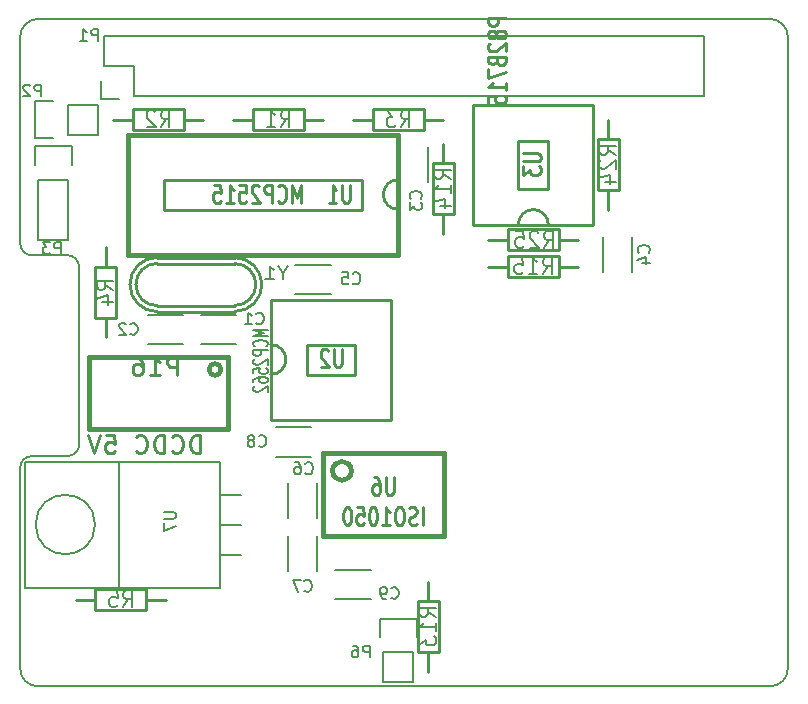
<source format=gbo>
G04 #@! TF.FileFunction,Legend,Bot*
%FSLAX46Y46*%
G04 Gerber Fmt 4.6, Leading zero omitted, Abs format (unit mm)*
G04 Created by KiCad (PCBNEW 4.0.2+dfsg1-stable) date Mon 26 Jun 2017 02:51:28 PM CEST*
%MOMM*%
G01*
G04 APERTURE LIST*
%ADD10C,0.100000*%
%ADD11C,0.150000*%
%ADD12C,0.254000*%
%ADD13C,0.381000*%
%ADD14C,0.285750*%
%ADD15C,0.287020*%
%ADD16C,0.200000*%
%ADD17C,0.203200*%
%ADD18C,0.152400*%
%ADD19C,0.284480*%
G04 APERTURE END LIST*
D10*
D11*
X129500000Y-71500000D02*
X191500000Y-71500000D01*
X128000000Y-90500000D02*
X128000000Y-73000000D01*
X128000000Y-90500000D02*
G75*
G03X129000000Y-91500000I1000000J0D01*
G01*
X129000000Y-91500000D02*
X132000000Y-91500000D01*
X133000000Y-92500000D02*
G75*
G03X132000000Y-91500000I-1000000J0D01*
G01*
X133000000Y-107500000D02*
X133000000Y-92500000D01*
X128000000Y-126500000D02*
X128000000Y-109500000D01*
X129000000Y-108500000D02*
X132000000Y-108500000D01*
X132000000Y-108500000D02*
G75*
G03X133000000Y-107500000I0J1000000D01*
G01*
X129000000Y-108500000D02*
G75*
G03X128000000Y-109500000I0J-1000000D01*
G01*
X191500000Y-128000000D02*
X129500000Y-128000000D01*
X193000000Y-73000000D02*
X193000000Y-126500000D01*
X129500000Y-71500000D02*
G75*
G03X128000000Y-73000000I0J-1500000D01*
G01*
X128000000Y-126500000D02*
G75*
G03X129500000Y-128000000I1500000J0D01*
G01*
X191500000Y-128000000D02*
G75*
G03X193000000Y-126500000I0J1500000D01*
G01*
X193000000Y-73000000D02*
G75*
G03X191500000Y-71500000I-1500000J0D01*
G01*
X185902600Y-72948800D02*
X135102600Y-72948800D01*
X137642600Y-78028800D02*
X185902600Y-78028800D01*
X185902600Y-72948800D02*
X185902600Y-78028800D01*
X135102600Y-72948800D02*
X135102600Y-75488800D01*
X136372600Y-78308800D02*
X134822600Y-78308800D01*
X135102600Y-75488800D02*
X137642600Y-75488800D01*
X137642600Y-75488800D02*
X137642600Y-78028800D01*
X134822600Y-78308800D02*
X134822600Y-76758800D01*
D12*
X156337000Y-99060000D02*
X152273000Y-99060000D01*
X152273000Y-101600000D02*
X156337000Y-101600000D01*
X159385000Y-95250000D02*
X149225000Y-95250000D01*
X159385000Y-105410000D02*
X149225000Y-105410000D01*
X150495000Y-100330000D02*
G75*
G02X149225000Y-101600000I-1270000J0D01*
G01*
X149225000Y-99060000D02*
G75*
G02X150495000Y-100330000I0J-1270000D01*
G01*
X152273000Y-101600000D02*
X152273000Y-99060000D01*
X156337000Y-99060000D02*
X156337000Y-101600000D01*
X159385000Y-105410000D02*
X159385000Y-95250000D01*
X149225000Y-95250000D02*
X149225000Y-105410000D01*
D11*
X160040000Y-82300000D02*
X160040000Y-85300000D01*
X162540000Y-85300000D02*
X162540000Y-82300000D01*
D12*
X152019000Y-80010000D02*
X153670000Y-80010000D01*
X147701000Y-80010000D02*
X146050000Y-80010000D01*
X147701000Y-80899000D02*
X147701000Y-79121000D01*
X147701000Y-79121000D02*
X152019000Y-79121000D01*
X152019000Y-79121000D02*
X152019000Y-80899000D01*
X152019000Y-80899000D02*
X147701000Y-80899000D01*
D11*
X146300000Y-96540000D02*
X143300000Y-96540000D01*
X143300000Y-99040000D02*
X146300000Y-99040000D01*
X138815000Y-99040000D02*
X141815000Y-99040000D01*
X141815000Y-96540000D02*
X138815000Y-96540000D01*
X177312000Y-89920000D02*
X177312000Y-92920000D01*
X179812000Y-92920000D02*
X179812000Y-89920000D01*
D12*
X157861000Y-80010000D02*
X156210000Y-80010000D01*
X162179000Y-80010000D02*
X163830000Y-80010000D01*
X162179000Y-79121000D02*
X162179000Y-80899000D01*
X162179000Y-80899000D02*
X157861000Y-80899000D01*
X157861000Y-80899000D02*
X157861000Y-79121000D01*
X157861000Y-79121000D02*
X162179000Y-79121000D01*
X135255000Y-96774000D02*
X135255000Y-98425000D01*
X135255000Y-92456000D02*
X135255000Y-90805000D01*
X134366000Y-92456000D02*
X136144000Y-92456000D01*
X136144000Y-92456000D02*
X136144000Y-96774000D01*
X136144000Y-96774000D02*
X134366000Y-96774000D01*
X134366000Y-96774000D02*
X134366000Y-92456000D01*
D11*
X154301000Y-92323600D02*
X151301000Y-92323600D01*
X151301000Y-94823600D02*
X154301000Y-94823600D01*
D12*
X141859000Y-80010000D02*
X143510000Y-80010000D01*
X137541000Y-80010000D02*
X135890000Y-80010000D01*
X137541000Y-80899000D02*
X137541000Y-79121000D01*
X137541000Y-79121000D02*
X141859000Y-79121000D01*
X141859000Y-79121000D02*
X141859000Y-80899000D01*
X141859000Y-80899000D02*
X137541000Y-80899000D01*
D11*
X150642000Y-110748000D02*
X150642000Y-113748000D01*
X153142000Y-113748000D02*
X153142000Y-110748000D01*
X153142000Y-118233000D02*
X153142000Y-115233000D01*
X150642000Y-115233000D02*
X150642000Y-118233000D01*
X158750000Y-125095000D02*
X158750000Y-127635000D01*
X158470000Y-122275000D02*
X158470000Y-123825000D01*
X158750000Y-125095000D02*
X161290000Y-125095000D01*
X161570000Y-123825000D02*
X161570000Y-122275000D01*
X161570000Y-122275000D02*
X158470000Y-122275000D01*
X161290000Y-125095000D02*
X161290000Y-127635000D01*
X161290000Y-127635000D02*
X158750000Y-127635000D01*
D12*
X138684000Y-120650000D02*
X140335000Y-120650000D01*
X134366000Y-120650000D02*
X132715000Y-120650000D01*
X134366000Y-121539000D02*
X134366000Y-119761000D01*
X134366000Y-119761000D02*
X138684000Y-119761000D01*
X138684000Y-119761000D02*
X138684000Y-121539000D01*
X138684000Y-121539000D02*
X134366000Y-121539000D01*
D11*
X134340472Y-114300000D02*
G75*
G03X134340472Y-114300000I-2514472J0D01*
G01*
X144907000Y-111760000D02*
X146685000Y-111760000D01*
X144907000Y-114300000D02*
X146685000Y-114300000D01*
X144907000Y-116840000D02*
X146685000Y-116840000D01*
X136398000Y-119634000D02*
X128397000Y-119634000D01*
X128397000Y-119634000D02*
X128397000Y-108966000D01*
X128397000Y-108966000D02*
X136398000Y-108966000D01*
X144907000Y-119634000D02*
X136398000Y-119634000D01*
X136398000Y-119634000D02*
X136398000Y-108966000D01*
X136398000Y-108966000D02*
X144907000Y-108966000D01*
X144907000Y-114300000D02*
X144907000Y-108966000D01*
X144907000Y-114300000D02*
X144907000Y-119634000D01*
D13*
X156050000Y-109760000D02*
G75*
G03X156050000Y-109760000I-800000J0D01*
G01*
X153650000Y-115260000D02*
X153650000Y-108260000D01*
X153650000Y-108260000D02*
X163850000Y-108260000D01*
X163850000Y-108260000D02*
X163850000Y-115260000D01*
X163850000Y-115260000D02*
X153650000Y-115260000D01*
D12*
X137287000Y-93980000D02*
G75*
G02X139573000Y-91694000I2286000J0D01*
G01*
X146177000Y-95758000D02*
X139573000Y-95758000D01*
X139573000Y-92202000D02*
X146177000Y-92202000D01*
X139573000Y-95758000D02*
G75*
G02X137795000Y-93980000I0J1778000D01*
G01*
X137795000Y-93980000D02*
G75*
G02X139573000Y-92202000I1778000J0D01*
G01*
X147955000Y-93980000D02*
G75*
G02X146177000Y-95758000I-1778000J0D01*
G01*
X146177000Y-92202000D02*
G75*
G02X147955000Y-93980000I0J-1778000D01*
G01*
X139573000Y-96266000D02*
G75*
G02X137287000Y-93980000I0J2286000D01*
G01*
X139573000Y-96266000D02*
X146177000Y-96266000D01*
X146177000Y-91694000D02*
X139573000Y-91694000D01*
X148463000Y-93980000D02*
G75*
G02X146177000Y-96266000I-2286000J0D01*
G01*
X146177000Y-91694000D02*
G75*
G02X148463000Y-93980000I0J-2286000D01*
G01*
X140208000Y-87630000D02*
X156972000Y-87630000D01*
X156972000Y-85090000D02*
X140208000Y-85090000D01*
D13*
X137160000Y-91440000D02*
X160020000Y-91440000D01*
X160020000Y-81280000D02*
X137160000Y-81280000D01*
D12*
X158750000Y-86360000D02*
G75*
G02X160020000Y-85090000I1270000J0D01*
G01*
X160020000Y-87630000D02*
G75*
G02X158750000Y-86360000I0J1270000D01*
G01*
X156972000Y-85090000D02*
X156972000Y-87630000D01*
X140208000Y-87630000D02*
X140208000Y-85090000D01*
D13*
X137160000Y-81280000D02*
X137160000Y-91440000D01*
X160020000Y-91440000D02*
X160020000Y-81280000D01*
D12*
X162560000Y-120777000D02*
X162560000Y-119126000D01*
X162560000Y-125095000D02*
X162560000Y-126746000D01*
X163449000Y-125095000D02*
X161671000Y-125095000D01*
X161671000Y-125095000D02*
X161671000Y-120777000D01*
X161671000Y-120777000D02*
X163449000Y-120777000D01*
X163449000Y-120777000D02*
X163449000Y-125095000D01*
X163830000Y-88011000D02*
X163830000Y-89662000D01*
X163830000Y-83693000D02*
X163830000Y-82042000D01*
X162941000Y-83693000D02*
X164719000Y-83693000D01*
X164719000Y-83693000D02*
X164719000Y-88011000D01*
X164719000Y-88011000D02*
X162941000Y-88011000D01*
X162941000Y-88011000D02*
X162941000Y-83693000D01*
X169291000Y-92456000D02*
X167640000Y-92456000D01*
X173609000Y-92456000D02*
X175260000Y-92456000D01*
X173609000Y-91567000D02*
X173609000Y-93345000D01*
X173609000Y-93345000D02*
X169291000Y-93345000D01*
X169291000Y-93345000D02*
X169291000Y-91567000D01*
X169291000Y-91567000D02*
X173609000Y-91567000D01*
X177800000Y-81661000D02*
X177800000Y-80010000D01*
X177800000Y-85979000D02*
X177800000Y-87630000D01*
X178689000Y-85979000D02*
X176911000Y-85979000D01*
X176911000Y-85979000D02*
X176911000Y-81661000D01*
X176911000Y-81661000D02*
X178689000Y-81661000D01*
X178689000Y-81661000D02*
X178689000Y-85979000D01*
X169291000Y-90170000D02*
X167640000Y-90170000D01*
X173609000Y-90170000D02*
X175260000Y-90170000D01*
X173609000Y-89281000D02*
X173609000Y-91059000D01*
X173609000Y-91059000D02*
X169291000Y-91059000D01*
X169291000Y-91059000D02*
X169291000Y-89281000D01*
X169291000Y-89281000D02*
X173609000Y-89281000D01*
D11*
X132080000Y-81280000D02*
X134620000Y-81280000D01*
X129260000Y-81560000D02*
X130810000Y-81560000D01*
X132080000Y-81280000D02*
X132080000Y-78740000D01*
X130810000Y-78460000D02*
X129260000Y-78460000D01*
X129260000Y-78460000D02*
X129260000Y-81560000D01*
X132080000Y-78740000D02*
X134620000Y-78740000D01*
X134620000Y-78740000D02*
X134620000Y-81280000D01*
X152650000Y-106065000D02*
X149650000Y-106065000D01*
X149650000Y-108565000D02*
X152650000Y-108565000D01*
X154690000Y-120630000D02*
X157690000Y-120630000D01*
X157690000Y-118130000D02*
X154690000Y-118130000D01*
D13*
X133799580Y-106174540D02*
X145600420Y-106174540D01*
X145600420Y-100076000D02*
X133799580Y-100076000D01*
X133799580Y-106174540D02*
X133799580Y-100076000D01*
X145600420Y-100076000D02*
X145600420Y-106174540D01*
X144999456Y-101178360D02*
G75*
G03X144999456Y-101178360I-498856J0D01*
G01*
D11*
X132080000Y-85090000D02*
X132080000Y-90170000D01*
X132080000Y-90170000D02*
X129540000Y-90170000D01*
X129540000Y-90170000D02*
X129540000Y-85090000D01*
X129260000Y-82270000D02*
X129260000Y-83820000D01*
X129540000Y-85090000D02*
X132080000Y-85090000D01*
X132360000Y-83820000D02*
X132360000Y-82270000D01*
X132360000Y-82270000D02*
X129260000Y-82270000D01*
D12*
X170180000Y-81788000D02*
X170180000Y-85852000D01*
X172720000Y-85852000D02*
X172720000Y-81788000D01*
X166370000Y-78740000D02*
X166370000Y-88900000D01*
X176530000Y-78740000D02*
X176530000Y-88900000D01*
X171450000Y-87630000D02*
G75*
G02X172720000Y-88900000I0J-1270000D01*
G01*
X170180000Y-88900000D02*
G75*
G02X171450000Y-87630000I1270000J0D01*
G01*
X172720000Y-85852000D02*
X170180000Y-85852000D01*
X170180000Y-81788000D02*
X172720000Y-81788000D01*
X176530000Y-78740000D02*
X166370000Y-78740000D01*
X166370000Y-88900000D02*
X176530000Y-88900000D01*
D11*
X134596095Y-73350381D02*
X134596095Y-72350381D01*
X134215142Y-72350381D01*
X134119904Y-72398000D01*
X134072285Y-72445619D01*
X134024666Y-72540857D01*
X134024666Y-72683714D01*
X134072285Y-72778952D01*
X134119904Y-72826571D01*
X134215142Y-72874190D01*
X134596095Y-72874190D01*
X133072285Y-73350381D02*
X133643714Y-73350381D01*
X133358000Y-73350381D02*
X133358000Y-72350381D01*
X133453238Y-72493238D01*
X133548476Y-72588476D01*
X133643714Y-72636095D01*
D14*
X155239357Y-99431929D02*
X155239357Y-100665643D01*
X155184929Y-100810786D01*
X155130500Y-100883357D01*
X155021643Y-100955929D01*
X154803929Y-100955929D01*
X154695071Y-100883357D01*
X154640643Y-100810786D01*
X154586214Y-100665643D01*
X154586214Y-99431929D01*
X154096357Y-99577071D02*
X154041928Y-99504500D01*
X153933071Y-99431929D01*
X153660928Y-99431929D01*
X153552071Y-99504500D01*
X153497642Y-99577071D01*
X153443214Y-99722214D01*
X153443214Y-99867357D01*
X153497642Y-100085071D01*
X154150785Y-100955929D01*
X153443214Y-100955929D01*
D15*
D16*
X148955057Y-97828423D02*
X147755057Y-97828423D01*
X148612200Y-98095090D01*
X147755057Y-98361757D01*
X148955057Y-98361757D01*
X148840771Y-99199852D02*
X148897914Y-99161757D01*
X148955057Y-99047471D01*
X148955057Y-98971281D01*
X148897914Y-98856995D01*
X148783629Y-98780804D01*
X148669343Y-98742709D01*
X148440771Y-98704614D01*
X148269343Y-98704614D01*
X148040771Y-98742709D01*
X147926486Y-98780804D01*
X147812200Y-98856995D01*
X147755057Y-98971281D01*
X147755057Y-99047471D01*
X147812200Y-99161757D01*
X147869343Y-99199852D01*
X148955057Y-99542709D02*
X147755057Y-99542709D01*
X147755057Y-99847471D01*
X147812200Y-99923662D01*
X147869343Y-99961757D01*
X147983629Y-99999852D01*
X148155057Y-99999852D01*
X148269343Y-99961757D01*
X148326486Y-99923662D01*
X148383629Y-99847471D01*
X148383629Y-99542709D01*
X147869343Y-100304614D02*
X147812200Y-100342709D01*
X147755057Y-100418900D01*
X147755057Y-100609376D01*
X147812200Y-100685566D01*
X147869343Y-100723662D01*
X147983629Y-100761757D01*
X148097914Y-100761757D01*
X148269343Y-100723662D01*
X148955057Y-100266519D01*
X148955057Y-100761757D01*
X147755057Y-101485567D02*
X147755057Y-101104614D01*
X148326486Y-101066519D01*
X148269343Y-101104614D01*
X148212200Y-101180805D01*
X148212200Y-101371281D01*
X148269343Y-101447471D01*
X148326486Y-101485567D01*
X148440771Y-101523662D01*
X148726486Y-101523662D01*
X148840771Y-101485567D01*
X148897914Y-101447471D01*
X148955057Y-101371281D01*
X148955057Y-101180805D01*
X148897914Y-101104614D01*
X148840771Y-101066519D01*
X147755057Y-102209376D02*
X147755057Y-102056995D01*
X147812200Y-101980805D01*
X147869343Y-101942710D01*
X148040771Y-101866519D01*
X148269343Y-101828424D01*
X148726486Y-101828424D01*
X148840771Y-101866519D01*
X148897914Y-101904614D01*
X148955057Y-101980805D01*
X148955057Y-102133186D01*
X148897914Y-102209376D01*
X148840771Y-102247472D01*
X148726486Y-102285567D01*
X148440771Y-102285567D01*
X148326486Y-102247472D01*
X148269343Y-102209376D01*
X148212200Y-102133186D01*
X148212200Y-101980805D01*
X148269343Y-101904614D01*
X148326486Y-101866519D01*
X148440771Y-101828424D01*
X147869343Y-102590329D02*
X147812200Y-102628424D01*
X147755057Y-102704615D01*
X147755057Y-102895091D01*
X147812200Y-102971281D01*
X147869343Y-103009377D01*
X147983629Y-103047472D01*
X148097914Y-103047472D01*
X148269343Y-103009377D01*
X148955057Y-102552234D01*
X148955057Y-103047472D01*
D11*
X161901143Y-86701334D02*
X161948762Y-86653715D01*
X161996381Y-86510858D01*
X161996381Y-86415620D01*
X161948762Y-86272762D01*
X161853524Y-86177524D01*
X161758286Y-86129905D01*
X161567810Y-86082286D01*
X161424952Y-86082286D01*
X161234476Y-86129905D01*
X161139238Y-86177524D01*
X161044000Y-86272762D01*
X160996381Y-86415620D01*
X160996381Y-86510858D01*
X161044000Y-86653715D01*
X161091619Y-86701334D01*
X160996381Y-87034667D02*
X160996381Y-87653715D01*
X161377333Y-87320381D01*
X161377333Y-87463239D01*
X161424952Y-87558477D01*
X161472571Y-87606096D01*
X161567810Y-87653715D01*
X161805905Y-87653715D01*
X161901143Y-87606096D01*
X161948762Y-87558477D01*
X161996381Y-87463239D01*
X161996381Y-87177524D01*
X161948762Y-87082286D01*
X161901143Y-87034667D01*
D17*
X150071667Y-80641976D02*
X150495000Y-79976738D01*
X150797381Y-80641976D02*
X150797381Y-79244976D01*
X150313572Y-79244976D01*
X150192619Y-79311500D01*
X150132143Y-79378024D01*
X150071667Y-79511071D01*
X150071667Y-79710643D01*
X150132143Y-79843690D01*
X150192619Y-79910214D01*
X150313572Y-79976738D01*
X150797381Y-79976738D01*
X148862143Y-80641976D02*
X149587857Y-80641976D01*
X149225000Y-80641976D02*
X149225000Y-79244976D01*
X149345952Y-79444548D01*
X149466905Y-79577595D01*
X149587857Y-79644119D01*
D11*
X147994666Y-97258143D02*
X148042285Y-97305762D01*
X148185142Y-97353381D01*
X148280380Y-97353381D01*
X148423238Y-97305762D01*
X148518476Y-97210524D01*
X148566095Y-97115286D01*
X148613714Y-96924810D01*
X148613714Y-96781952D01*
X148566095Y-96591476D01*
X148518476Y-96496238D01*
X148423238Y-96401000D01*
X148280380Y-96353381D01*
X148185142Y-96353381D01*
X148042285Y-96401000D01*
X147994666Y-96448619D01*
X147042285Y-97353381D02*
X147613714Y-97353381D01*
X147328000Y-97353381D02*
X147328000Y-96353381D01*
X147423238Y-96496238D01*
X147518476Y-96591476D01*
X147613714Y-96639095D01*
X137326666Y-98147143D02*
X137374285Y-98194762D01*
X137517142Y-98242381D01*
X137612380Y-98242381D01*
X137755238Y-98194762D01*
X137850476Y-98099524D01*
X137898095Y-98004286D01*
X137945714Y-97813810D01*
X137945714Y-97670952D01*
X137898095Y-97480476D01*
X137850476Y-97385238D01*
X137755238Y-97290000D01*
X137612380Y-97242381D01*
X137517142Y-97242381D01*
X137374285Y-97290000D01*
X137326666Y-97337619D01*
X136945714Y-97337619D02*
X136898095Y-97290000D01*
X136802857Y-97242381D01*
X136564761Y-97242381D01*
X136469523Y-97290000D01*
X136421904Y-97337619D01*
X136374285Y-97432857D01*
X136374285Y-97528095D01*
X136421904Y-97670952D01*
X136993333Y-98242381D01*
X136374285Y-98242381D01*
X181205143Y-91273334D02*
X181252762Y-91225715D01*
X181300381Y-91082858D01*
X181300381Y-90987620D01*
X181252762Y-90844762D01*
X181157524Y-90749524D01*
X181062286Y-90701905D01*
X180871810Y-90654286D01*
X180728952Y-90654286D01*
X180538476Y-90701905D01*
X180443238Y-90749524D01*
X180348000Y-90844762D01*
X180300381Y-90987620D01*
X180300381Y-91082858D01*
X180348000Y-91225715D01*
X180395619Y-91273334D01*
X180633714Y-92130477D02*
X181300381Y-92130477D01*
X180252762Y-91892381D02*
X180967048Y-91654286D01*
X180967048Y-92273334D01*
D17*
X160231667Y-80641976D02*
X160655000Y-79976738D01*
X160957381Y-80641976D02*
X160957381Y-79244976D01*
X160473572Y-79244976D01*
X160352619Y-79311500D01*
X160292143Y-79378024D01*
X160231667Y-79511071D01*
X160231667Y-79710643D01*
X160292143Y-79843690D01*
X160352619Y-79910214D01*
X160473572Y-79976738D01*
X160957381Y-79976738D01*
X159808333Y-79244976D02*
X159022143Y-79244976D01*
X159445476Y-79777167D01*
X159264048Y-79777167D01*
X159143095Y-79843690D01*
X159082619Y-79910214D01*
X159022143Y-80043262D01*
X159022143Y-80375881D01*
X159082619Y-80508929D01*
X159143095Y-80575452D01*
X159264048Y-80641976D01*
X159626905Y-80641976D01*
X159747857Y-80575452D01*
X159808333Y-80508929D01*
X135886976Y-94403333D02*
X135221738Y-93980000D01*
X135886976Y-93677619D02*
X134489976Y-93677619D01*
X134489976Y-94161428D01*
X134556500Y-94282381D01*
X134623024Y-94342857D01*
X134756071Y-94403333D01*
X134955643Y-94403333D01*
X135088690Y-94342857D01*
X135155214Y-94282381D01*
X135221738Y-94161428D01*
X135221738Y-93677619D01*
X134955643Y-95491905D02*
X135886976Y-95491905D01*
X134423452Y-95189524D02*
X135421310Y-94887143D01*
X135421310Y-95673333D01*
D11*
X156166666Y-93857143D02*
X156214285Y-93904762D01*
X156357142Y-93952381D01*
X156452380Y-93952381D01*
X156595238Y-93904762D01*
X156690476Y-93809524D01*
X156738095Y-93714286D01*
X156785714Y-93523810D01*
X156785714Y-93380952D01*
X156738095Y-93190476D01*
X156690476Y-93095238D01*
X156595238Y-93000000D01*
X156452380Y-92952381D01*
X156357142Y-92952381D01*
X156214285Y-93000000D01*
X156166666Y-93047619D01*
X155261904Y-92952381D02*
X155738095Y-92952381D01*
X155785714Y-93428571D01*
X155738095Y-93380952D01*
X155642857Y-93333333D01*
X155404761Y-93333333D01*
X155309523Y-93380952D01*
X155261904Y-93428571D01*
X155214285Y-93523810D01*
X155214285Y-93761905D01*
X155261904Y-93857143D01*
X155309523Y-93904762D01*
X155404761Y-93952381D01*
X155642857Y-93952381D01*
X155738095Y-93904762D01*
X155785714Y-93857143D01*
D17*
X139911667Y-80641976D02*
X140335000Y-79976738D01*
X140637381Y-80641976D02*
X140637381Y-79244976D01*
X140153572Y-79244976D01*
X140032619Y-79311500D01*
X139972143Y-79378024D01*
X139911667Y-79511071D01*
X139911667Y-79710643D01*
X139972143Y-79843690D01*
X140032619Y-79910214D01*
X140153572Y-79976738D01*
X140637381Y-79976738D01*
X139427857Y-79378024D02*
X139367381Y-79311500D01*
X139246429Y-79244976D01*
X138944048Y-79244976D01*
X138823095Y-79311500D01*
X138762619Y-79378024D01*
X138702143Y-79511071D01*
X138702143Y-79644119D01*
X138762619Y-79843690D01*
X139488333Y-80641976D01*
X138702143Y-80641976D01*
D11*
X152160266Y-109945443D02*
X152207885Y-109993062D01*
X152350742Y-110040681D01*
X152445980Y-110040681D01*
X152588838Y-109993062D01*
X152684076Y-109897824D01*
X152731695Y-109802586D01*
X152779314Y-109612110D01*
X152779314Y-109469252D01*
X152731695Y-109278776D01*
X152684076Y-109183538D01*
X152588838Y-109088300D01*
X152445980Y-109040681D01*
X152350742Y-109040681D01*
X152207885Y-109088300D01*
X152160266Y-109135919D01*
X151303123Y-109040681D02*
X151493600Y-109040681D01*
X151588838Y-109088300D01*
X151636457Y-109135919D01*
X151731695Y-109278776D01*
X151779314Y-109469252D01*
X151779314Y-109850205D01*
X151731695Y-109945443D01*
X151684076Y-109993062D01*
X151588838Y-110040681D01*
X151398361Y-110040681D01*
X151303123Y-109993062D01*
X151255504Y-109945443D01*
X151207885Y-109850205D01*
X151207885Y-109612110D01*
X151255504Y-109516871D01*
X151303123Y-109469252D01*
X151398361Y-109421633D01*
X151588838Y-109421633D01*
X151684076Y-109469252D01*
X151731695Y-109516871D01*
X151779314Y-109612110D01*
X152071366Y-119889543D02*
X152118985Y-119937162D01*
X152261842Y-119984781D01*
X152357080Y-119984781D01*
X152499938Y-119937162D01*
X152595176Y-119841924D01*
X152642795Y-119746686D01*
X152690414Y-119556210D01*
X152690414Y-119413352D01*
X152642795Y-119222876D01*
X152595176Y-119127638D01*
X152499938Y-119032400D01*
X152357080Y-118984781D01*
X152261842Y-118984781D01*
X152118985Y-119032400D01*
X152071366Y-119080019D01*
X151738033Y-118984781D02*
X151071366Y-118984781D01*
X151499938Y-119984781D01*
X157583095Y-125547381D02*
X157583095Y-124547381D01*
X157202142Y-124547381D01*
X157106904Y-124595000D01*
X157059285Y-124642619D01*
X157011666Y-124737857D01*
X157011666Y-124880714D01*
X157059285Y-124975952D01*
X157106904Y-125023571D01*
X157202142Y-125071190D01*
X157583095Y-125071190D01*
X156154523Y-124547381D02*
X156345000Y-124547381D01*
X156440238Y-124595000D01*
X156487857Y-124642619D01*
X156583095Y-124785476D01*
X156630714Y-124975952D01*
X156630714Y-125356905D01*
X156583095Y-125452143D01*
X156535476Y-125499762D01*
X156440238Y-125547381D01*
X156249761Y-125547381D01*
X156154523Y-125499762D01*
X156106904Y-125452143D01*
X156059285Y-125356905D01*
X156059285Y-125118810D01*
X156106904Y-125023571D01*
X156154523Y-124975952D01*
X156249761Y-124928333D01*
X156440238Y-124928333D01*
X156535476Y-124975952D01*
X156583095Y-125023571D01*
X156630714Y-125118810D01*
D17*
X136736667Y-121281976D02*
X137160000Y-120616738D01*
X137462381Y-121281976D02*
X137462381Y-119884976D01*
X136978572Y-119884976D01*
X136857619Y-119951500D01*
X136797143Y-120018024D01*
X136736667Y-120151071D01*
X136736667Y-120350643D01*
X136797143Y-120483690D01*
X136857619Y-120550214D01*
X136978572Y-120616738D01*
X137462381Y-120616738D01*
X135587619Y-119884976D02*
X136192381Y-119884976D01*
X136252857Y-120550214D01*
X136192381Y-120483690D01*
X136071429Y-120417167D01*
X135769048Y-120417167D01*
X135648095Y-120483690D01*
X135587619Y-120550214D01*
X135527143Y-120683262D01*
X135527143Y-121015881D01*
X135587619Y-121148929D01*
X135648095Y-121215452D01*
X135769048Y-121281976D01*
X136071429Y-121281976D01*
X136192381Y-121215452D01*
X136252857Y-121148929D01*
D11*
X140166581Y-113257095D02*
X140976105Y-113257095D01*
X141071343Y-113304714D01*
X141118962Y-113352333D01*
X141166581Y-113447571D01*
X141166581Y-113638048D01*
X141118962Y-113733286D01*
X141071343Y-113780905D01*
X140976105Y-113828524D01*
X140166581Y-113828524D01*
X140166581Y-114209476D02*
X140166581Y-114876143D01*
X141166581Y-114447571D01*
D14*
X159620857Y-110290429D02*
X159620857Y-111524143D01*
X159566429Y-111669286D01*
X159512000Y-111741857D01*
X159403143Y-111814429D01*
X159185429Y-111814429D01*
X159076571Y-111741857D01*
X159022143Y-111669286D01*
X158967714Y-111524143D01*
X158967714Y-110290429D01*
X157933571Y-110290429D02*
X158151285Y-110290429D01*
X158260142Y-110363000D01*
X158314571Y-110435571D01*
X158423428Y-110653286D01*
X158477857Y-110943571D01*
X158477857Y-111524143D01*
X158423428Y-111669286D01*
X158369000Y-111741857D01*
X158260142Y-111814429D01*
X158042428Y-111814429D01*
X157933571Y-111741857D01*
X157879142Y-111669286D01*
X157824714Y-111524143D01*
X157824714Y-111161286D01*
X157879142Y-111016143D01*
X157933571Y-110943571D01*
X158042428Y-110871000D01*
X158260142Y-110871000D01*
X158369000Y-110943571D01*
X158423428Y-111016143D01*
X158477857Y-111161286D01*
D15*
D14*
X162070142Y-114354429D02*
X162070142Y-112830429D01*
X161580285Y-114281857D02*
X161416999Y-114354429D01*
X161144856Y-114354429D01*
X161035999Y-114281857D01*
X160981570Y-114209286D01*
X160927142Y-114064143D01*
X160927142Y-113919000D01*
X160981570Y-113773857D01*
X161035999Y-113701286D01*
X161144856Y-113628714D01*
X161362570Y-113556143D01*
X161471428Y-113483571D01*
X161525856Y-113411000D01*
X161580285Y-113265857D01*
X161580285Y-113120714D01*
X161525856Y-112975571D01*
X161471428Y-112903000D01*
X161362570Y-112830429D01*
X161090428Y-112830429D01*
X160927142Y-112903000D01*
X160219571Y-112830429D02*
X160001857Y-112830429D01*
X159892999Y-112903000D01*
X159784142Y-113048143D01*
X159729714Y-113338429D01*
X159729714Y-113846429D01*
X159784142Y-114136714D01*
X159892999Y-114281857D01*
X160001857Y-114354429D01*
X160219571Y-114354429D01*
X160328428Y-114281857D01*
X160437285Y-114136714D01*
X160491714Y-113846429D01*
X160491714Y-113338429D01*
X160437285Y-113048143D01*
X160328428Y-112903000D01*
X160219571Y-112830429D01*
X158641142Y-114354429D02*
X159294285Y-114354429D01*
X158967713Y-114354429D02*
X158967713Y-112830429D01*
X159076570Y-113048143D01*
X159185428Y-113193286D01*
X159294285Y-113265857D01*
X157933571Y-112830429D02*
X157824714Y-112830429D01*
X157715857Y-112903000D01*
X157661428Y-112975571D01*
X157606999Y-113120714D01*
X157552571Y-113411000D01*
X157552571Y-113773857D01*
X157606999Y-114064143D01*
X157661428Y-114209286D01*
X157715857Y-114281857D01*
X157824714Y-114354429D01*
X157933571Y-114354429D01*
X158042428Y-114281857D01*
X158096857Y-114209286D01*
X158151285Y-114064143D01*
X158205714Y-113773857D01*
X158205714Y-113411000D01*
X158151285Y-113120714D01*
X158096857Y-112975571D01*
X158042428Y-112903000D01*
X157933571Y-112830429D01*
X156518428Y-112830429D02*
X157062714Y-112830429D01*
X157117143Y-113556143D01*
X157062714Y-113483571D01*
X156953857Y-113411000D01*
X156681714Y-113411000D01*
X156572857Y-113483571D01*
X156518428Y-113556143D01*
X156464000Y-113701286D01*
X156464000Y-114064143D01*
X156518428Y-114209286D01*
X156572857Y-114281857D01*
X156681714Y-114354429D01*
X156953857Y-114354429D01*
X157062714Y-114281857D01*
X157117143Y-114209286D01*
X155756429Y-112830429D02*
X155647572Y-112830429D01*
X155538715Y-112903000D01*
X155484286Y-112975571D01*
X155429857Y-113120714D01*
X155375429Y-113411000D01*
X155375429Y-113773857D01*
X155429857Y-114064143D01*
X155484286Y-114209286D01*
X155538715Y-114281857D01*
X155647572Y-114354429D01*
X155756429Y-114354429D01*
X155865286Y-114281857D01*
X155919715Y-114209286D01*
X155974143Y-114064143D01*
X156028572Y-113773857D01*
X156028572Y-113411000D01*
X155974143Y-113120714D01*
X155919715Y-112975571D01*
X155865286Y-112903000D01*
X155756429Y-112830429D01*
D18*
X150274961Y-92985386D02*
X150274961Y-93529671D01*
X150698295Y-92386671D02*
X150274961Y-92985386D01*
X149851628Y-92386671D01*
X148763057Y-93529671D02*
X149488771Y-93529671D01*
X149125914Y-93529671D02*
X149125914Y-92386671D01*
X149246866Y-92549957D01*
X149367819Y-92658814D01*
X149488771Y-92713243D01*
D14*
X155924857Y-85546829D02*
X155924857Y-86780543D01*
X155870429Y-86925686D01*
X155816000Y-86998257D01*
X155707143Y-87070829D01*
X155489429Y-87070829D01*
X155380571Y-86998257D01*
X155326143Y-86925686D01*
X155271714Y-86780543D01*
X155271714Y-85546829D01*
X154128714Y-87070829D02*
X154781857Y-87070829D01*
X154455285Y-87070829D02*
X154455285Y-85546829D01*
X154564142Y-85764543D01*
X154673000Y-85909686D01*
X154781857Y-85982257D01*
D15*
D14*
X151783142Y-87049429D02*
X151783142Y-85525429D01*
X151402142Y-86614000D01*
X151021142Y-85525429D01*
X151021142Y-87049429D01*
X149823713Y-86904286D02*
X149878142Y-86976857D01*
X150041428Y-87049429D01*
X150150285Y-87049429D01*
X150313570Y-86976857D01*
X150422428Y-86831714D01*
X150476856Y-86686571D01*
X150531285Y-86396286D01*
X150531285Y-86178571D01*
X150476856Y-85888286D01*
X150422428Y-85743143D01*
X150313570Y-85598000D01*
X150150285Y-85525429D01*
X150041428Y-85525429D01*
X149878142Y-85598000D01*
X149823713Y-85670571D01*
X149333856Y-87049429D02*
X149333856Y-85525429D01*
X148898428Y-85525429D01*
X148789570Y-85598000D01*
X148735142Y-85670571D01*
X148680713Y-85815714D01*
X148680713Y-86033429D01*
X148735142Y-86178571D01*
X148789570Y-86251143D01*
X148898428Y-86323714D01*
X149333856Y-86323714D01*
X148245285Y-85670571D02*
X148190856Y-85598000D01*
X148081999Y-85525429D01*
X147809856Y-85525429D01*
X147700999Y-85598000D01*
X147646570Y-85670571D01*
X147592142Y-85815714D01*
X147592142Y-85960857D01*
X147646570Y-86178571D01*
X148299713Y-87049429D01*
X147592142Y-87049429D01*
X146557999Y-85525429D02*
X147102285Y-85525429D01*
X147156714Y-86251143D01*
X147102285Y-86178571D01*
X146993428Y-86106000D01*
X146721285Y-86106000D01*
X146612428Y-86178571D01*
X146557999Y-86251143D01*
X146503571Y-86396286D01*
X146503571Y-86759143D01*
X146557999Y-86904286D01*
X146612428Y-86976857D01*
X146721285Y-87049429D01*
X146993428Y-87049429D01*
X147102285Y-86976857D01*
X147156714Y-86904286D01*
X145415000Y-87049429D02*
X146068143Y-87049429D01*
X145741571Y-87049429D02*
X145741571Y-85525429D01*
X145850428Y-85743143D01*
X145959286Y-85888286D01*
X146068143Y-85960857D01*
X144380857Y-85525429D02*
X144925143Y-85525429D01*
X144979572Y-86251143D01*
X144925143Y-86178571D01*
X144816286Y-86106000D01*
X144544143Y-86106000D01*
X144435286Y-86178571D01*
X144380857Y-86251143D01*
X144326429Y-86396286D01*
X144326429Y-86759143D01*
X144380857Y-86904286D01*
X144435286Y-86976857D01*
X144544143Y-87049429D01*
X144816286Y-87049429D01*
X144925143Y-86976857D01*
X144979572Y-86904286D01*
D15*
D17*
X163191976Y-122119571D02*
X162526738Y-121696238D01*
X163191976Y-121393857D02*
X161794976Y-121393857D01*
X161794976Y-121877666D01*
X161861500Y-121998619D01*
X161928024Y-122059095D01*
X162061071Y-122119571D01*
X162260643Y-122119571D01*
X162393690Y-122059095D01*
X162460214Y-121998619D01*
X162526738Y-121877666D01*
X162526738Y-121393857D01*
X163191976Y-123329095D02*
X163191976Y-122603381D01*
X163191976Y-122966238D02*
X161794976Y-122966238D01*
X161994548Y-122845286D01*
X162127595Y-122724333D01*
X162194119Y-122603381D01*
X161794976Y-123752429D02*
X161794976Y-124538619D01*
X162327167Y-124115286D01*
X162327167Y-124296714D01*
X162393690Y-124417667D01*
X162460214Y-124478143D01*
X162593262Y-124538619D01*
X162925881Y-124538619D01*
X163058929Y-124478143D01*
X163125452Y-124417667D01*
X163191976Y-124296714D01*
X163191976Y-123933857D01*
X163125452Y-123812905D01*
X163058929Y-123752429D01*
X164461976Y-85035571D02*
X163796738Y-84612238D01*
X164461976Y-84309857D02*
X163064976Y-84309857D01*
X163064976Y-84793666D01*
X163131500Y-84914619D01*
X163198024Y-84975095D01*
X163331071Y-85035571D01*
X163530643Y-85035571D01*
X163663690Y-84975095D01*
X163730214Y-84914619D01*
X163796738Y-84793666D01*
X163796738Y-84309857D01*
X164461976Y-86245095D02*
X164461976Y-85519381D01*
X164461976Y-85882238D02*
X163064976Y-85882238D01*
X163264548Y-85761286D01*
X163397595Y-85640333D01*
X163464119Y-85519381D01*
X163530643Y-87333667D02*
X164461976Y-87333667D01*
X162998452Y-87031286D02*
X163996310Y-86728905D01*
X163996310Y-87515095D01*
X172266429Y-93087976D02*
X172689762Y-92422738D01*
X172992143Y-93087976D02*
X172992143Y-91690976D01*
X172508334Y-91690976D01*
X172387381Y-91757500D01*
X172326905Y-91824024D01*
X172266429Y-91957071D01*
X172266429Y-92156643D01*
X172326905Y-92289690D01*
X172387381Y-92356214D01*
X172508334Y-92422738D01*
X172992143Y-92422738D01*
X171056905Y-93087976D02*
X171782619Y-93087976D01*
X171419762Y-93087976D02*
X171419762Y-91690976D01*
X171540714Y-91890548D01*
X171661667Y-92023595D01*
X171782619Y-92090119D01*
X169907857Y-91690976D02*
X170512619Y-91690976D01*
X170573095Y-92356214D01*
X170512619Y-92289690D01*
X170391667Y-92223167D01*
X170089286Y-92223167D01*
X169968333Y-92289690D01*
X169907857Y-92356214D01*
X169847381Y-92489262D01*
X169847381Y-92821881D01*
X169907857Y-92954929D01*
X169968333Y-93021452D01*
X170089286Y-93087976D01*
X170391667Y-93087976D01*
X170512619Y-93021452D01*
X170573095Y-92954929D01*
X178419276Y-82990871D02*
X177754038Y-82567538D01*
X178419276Y-82265157D02*
X177022276Y-82265157D01*
X177022276Y-82748966D01*
X177088800Y-82869919D01*
X177155324Y-82930395D01*
X177288371Y-82990871D01*
X177487943Y-82990871D01*
X177620990Y-82930395D01*
X177687514Y-82869919D01*
X177754038Y-82748966D01*
X177754038Y-82265157D01*
X177155324Y-83474681D02*
X177088800Y-83535157D01*
X177022276Y-83656109D01*
X177022276Y-83958490D01*
X177088800Y-84079443D01*
X177155324Y-84139919D01*
X177288371Y-84200395D01*
X177421419Y-84200395D01*
X177620990Y-84139919D01*
X178419276Y-83414205D01*
X178419276Y-84200395D01*
X177487943Y-85288967D02*
X178419276Y-85288967D01*
X176955752Y-84986586D02*
X177953610Y-84684205D01*
X177953610Y-85470395D01*
X172355329Y-90852776D02*
X172778662Y-90187538D01*
X173081043Y-90852776D02*
X173081043Y-89455776D01*
X172597234Y-89455776D01*
X172476281Y-89522300D01*
X172415805Y-89588824D01*
X172355329Y-89721871D01*
X172355329Y-89921443D01*
X172415805Y-90054490D01*
X172476281Y-90121014D01*
X172597234Y-90187538D01*
X173081043Y-90187538D01*
X171871519Y-89588824D02*
X171811043Y-89522300D01*
X171690091Y-89455776D01*
X171387710Y-89455776D01*
X171266757Y-89522300D01*
X171206281Y-89588824D01*
X171145805Y-89721871D01*
X171145805Y-89854919D01*
X171206281Y-90054490D01*
X171931995Y-90852776D01*
X171145805Y-90852776D01*
X169996757Y-89455776D02*
X170601519Y-89455776D01*
X170661995Y-90121014D01*
X170601519Y-90054490D01*
X170480567Y-89987967D01*
X170178186Y-89987967D01*
X170057233Y-90054490D01*
X169996757Y-90121014D01*
X169936281Y-90254062D01*
X169936281Y-90586681D01*
X169996757Y-90719729D01*
X170057233Y-90786252D01*
X170178186Y-90852776D01*
X170480567Y-90852776D01*
X170601519Y-90786252D01*
X170661995Y-90719729D01*
D11*
X129770095Y-78049381D02*
X129770095Y-77049381D01*
X129389142Y-77049381D01*
X129293904Y-77097000D01*
X129246285Y-77144619D01*
X129198666Y-77239857D01*
X129198666Y-77382714D01*
X129246285Y-77477952D01*
X129293904Y-77525571D01*
X129389142Y-77573190D01*
X129770095Y-77573190D01*
X128817714Y-77144619D02*
X128770095Y-77097000D01*
X128674857Y-77049381D01*
X128436761Y-77049381D01*
X128341523Y-77097000D01*
X128293904Y-77144619D01*
X128246285Y-77239857D01*
X128246285Y-77335095D01*
X128293904Y-77477952D01*
X128865333Y-78049381D01*
X128246285Y-78049381D01*
X148210566Y-107646743D02*
X148258185Y-107694362D01*
X148401042Y-107741981D01*
X148496280Y-107741981D01*
X148639138Y-107694362D01*
X148734376Y-107599124D01*
X148781995Y-107503886D01*
X148829614Y-107313410D01*
X148829614Y-107170552D01*
X148781995Y-106980076D01*
X148734376Y-106884838D01*
X148639138Y-106789600D01*
X148496280Y-106741981D01*
X148401042Y-106741981D01*
X148258185Y-106789600D01*
X148210566Y-106837219D01*
X147639138Y-107170552D02*
X147734376Y-107122933D01*
X147781995Y-107075314D01*
X147829614Y-106980076D01*
X147829614Y-106932457D01*
X147781995Y-106837219D01*
X147734376Y-106789600D01*
X147639138Y-106741981D01*
X147448661Y-106741981D01*
X147353423Y-106789600D01*
X147305804Y-106837219D01*
X147258185Y-106932457D01*
X147258185Y-106980076D01*
X147305804Y-107075314D01*
X147353423Y-107122933D01*
X147448661Y-107170552D01*
X147639138Y-107170552D01*
X147734376Y-107218171D01*
X147781995Y-107265790D01*
X147829614Y-107361029D01*
X147829614Y-107551505D01*
X147781995Y-107646743D01*
X147734376Y-107694362D01*
X147639138Y-107741981D01*
X147448661Y-107741981D01*
X147353423Y-107694362D01*
X147305804Y-107646743D01*
X147258185Y-107551505D01*
X147258185Y-107361029D01*
X147305804Y-107265790D01*
X147353423Y-107218171D01*
X147448661Y-107170552D01*
X159424666Y-120499143D02*
X159472285Y-120546762D01*
X159615142Y-120594381D01*
X159710380Y-120594381D01*
X159853238Y-120546762D01*
X159948476Y-120451524D01*
X159996095Y-120356286D01*
X160043714Y-120165810D01*
X160043714Y-120022952D01*
X159996095Y-119832476D01*
X159948476Y-119737238D01*
X159853238Y-119642000D01*
X159710380Y-119594381D01*
X159615142Y-119594381D01*
X159472285Y-119642000D01*
X159424666Y-119689619D01*
X158948476Y-120594381D02*
X158758000Y-120594381D01*
X158662761Y-120546762D01*
X158615142Y-120499143D01*
X158519904Y-120356286D01*
X158472285Y-120165810D01*
X158472285Y-119784857D01*
X158519904Y-119689619D01*
X158567523Y-119642000D01*
X158662761Y-119594381D01*
X158853238Y-119594381D01*
X158948476Y-119642000D01*
X158996095Y-119689619D01*
X159043714Y-119784857D01*
X159043714Y-120022952D01*
X158996095Y-120118190D01*
X158948476Y-120165810D01*
X158853238Y-120213429D01*
X158662761Y-120213429D01*
X158567523Y-120165810D01*
X158519904Y-120118190D01*
X158472285Y-120022952D01*
D15*
X141296572Y-101654429D02*
X141296572Y-100130429D01*
X140716000Y-100130429D01*
X140570858Y-100203000D01*
X140498286Y-100275571D01*
X140425715Y-100420714D01*
X140425715Y-100638429D01*
X140498286Y-100783571D01*
X140570858Y-100856143D01*
X140716000Y-100928714D01*
X141296572Y-100928714D01*
X138974286Y-101654429D02*
X139845143Y-101654429D01*
X139409715Y-101654429D02*
X139409715Y-100130429D01*
X139554858Y-100348143D01*
X139700000Y-100493286D01*
X139845143Y-100565857D01*
X137668000Y-100130429D02*
X137958286Y-100130429D01*
X138103429Y-100203000D01*
X138176000Y-100275571D01*
X138321143Y-100493286D01*
X138393714Y-100783571D01*
X138393714Y-101364143D01*
X138321143Y-101509286D01*
X138248571Y-101581857D01*
X138103429Y-101654429D01*
X137813143Y-101654429D01*
X137668000Y-101581857D01*
X137595429Y-101509286D01*
X137522857Y-101364143D01*
X137522857Y-101001286D01*
X137595429Y-100856143D01*
X137668000Y-100783571D01*
X137813143Y-100711000D01*
X138103429Y-100711000D01*
X138248571Y-100783571D01*
X138321143Y-100856143D01*
X138393714Y-101001286D01*
D19*
X143239672Y-108258429D02*
X143239672Y-106734429D01*
X142876815Y-106734429D01*
X142659100Y-106807000D01*
X142513958Y-106952143D01*
X142441386Y-107097286D01*
X142368815Y-107387571D01*
X142368815Y-107605286D01*
X142441386Y-107895571D01*
X142513958Y-108040714D01*
X142659100Y-108185857D01*
X142876815Y-108258429D01*
X143239672Y-108258429D01*
X140844815Y-108113286D02*
X140917386Y-108185857D01*
X141135100Y-108258429D01*
X141280243Y-108258429D01*
X141497958Y-108185857D01*
X141643100Y-108040714D01*
X141715672Y-107895571D01*
X141788243Y-107605286D01*
X141788243Y-107387571D01*
X141715672Y-107097286D01*
X141643100Y-106952143D01*
X141497958Y-106807000D01*
X141280243Y-106734429D01*
X141135100Y-106734429D01*
X140917386Y-106807000D01*
X140844815Y-106879571D01*
X140191672Y-108258429D02*
X140191672Y-106734429D01*
X139828815Y-106734429D01*
X139611100Y-106807000D01*
X139465958Y-106952143D01*
X139393386Y-107097286D01*
X139320815Y-107387571D01*
X139320815Y-107605286D01*
X139393386Y-107895571D01*
X139465958Y-108040714D01*
X139611100Y-108185857D01*
X139828815Y-108258429D01*
X140191672Y-108258429D01*
X137796815Y-108113286D02*
X137869386Y-108185857D01*
X138087100Y-108258429D01*
X138232243Y-108258429D01*
X138449958Y-108185857D01*
X138595100Y-108040714D01*
X138667672Y-107895571D01*
X138740243Y-107605286D01*
X138740243Y-107387571D01*
X138667672Y-107097286D01*
X138595100Y-106952143D01*
X138449958Y-106807000D01*
X138232243Y-106734429D01*
X138087100Y-106734429D01*
X137869386Y-106807000D01*
X137796815Y-106879571D01*
X135256815Y-106734429D02*
X135982529Y-106734429D01*
X136055100Y-107460143D01*
X135982529Y-107387571D01*
X135837386Y-107315000D01*
X135474529Y-107315000D01*
X135329386Y-107387571D01*
X135256815Y-107460143D01*
X135184243Y-107605286D01*
X135184243Y-107968143D01*
X135256815Y-108113286D01*
X135329386Y-108185857D01*
X135474529Y-108258429D01*
X135837386Y-108258429D01*
X135982529Y-108185857D01*
X136055100Y-108113286D01*
X134748814Y-106734429D02*
X134240814Y-108258429D01*
X133732814Y-106734429D01*
D11*
X131421095Y-91384381D02*
X131421095Y-90384381D01*
X131040142Y-90384381D01*
X130944904Y-90432000D01*
X130897285Y-90479619D01*
X130849666Y-90574857D01*
X130849666Y-90717714D01*
X130897285Y-90812952D01*
X130944904Y-90860571D01*
X131040142Y-90908190D01*
X131421095Y-90908190D01*
X130516333Y-90384381D02*
X129897285Y-90384381D01*
X130230619Y-90765333D01*
X130087761Y-90765333D01*
X129992523Y-90812952D01*
X129944904Y-90860571D01*
X129897285Y-90955810D01*
X129897285Y-91193905D01*
X129944904Y-91289143D01*
X129992523Y-91336762D01*
X130087761Y-91384381D01*
X130373476Y-91384381D01*
X130468714Y-91336762D01*
X130516333Y-91289143D01*
D14*
X170551929Y-82885643D02*
X171785643Y-82885643D01*
X171930786Y-82940071D01*
X172003357Y-82994500D01*
X172075929Y-83103357D01*
X172075929Y-83321071D01*
X172003357Y-83429929D01*
X171930786Y-83484357D01*
X171785643Y-83538786D01*
X170551929Y-83538786D01*
X170551929Y-83974215D02*
X170551929Y-84681786D01*
X171132500Y-84300786D01*
X171132500Y-84464072D01*
X171205071Y-84572929D01*
X171277643Y-84627358D01*
X171422786Y-84681786D01*
X171785643Y-84681786D01*
X171930786Y-84627358D01*
X172003357Y-84572929D01*
X172075929Y-84464072D01*
X172075929Y-84137500D01*
X172003357Y-84028643D01*
X171930786Y-83974215D01*
D15*
D14*
X169154929Y-71401216D02*
X167630929Y-71401216D01*
X167630929Y-71836644D01*
X167703500Y-71945502D01*
X167776071Y-71999930D01*
X167921214Y-72054359D01*
X168138929Y-72054359D01*
X168284071Y-71999930D01*
X168356643Y-71945502D01*
X168429214Y-71836644D01*
X168429214Y-71401216D01*
X168284071Y-72707502D02*
X168211500Y-72598644D01*
X168138929Y-72544216D01*
X167993786Y-72489787D01*
X167921214Y-72489787D01*
X167776071Y-72544216D01*
X167703500Y-72598644D01*
X167630929Y-72707502D01*
X167630929Y-72925216D01*
X167703500Y-73034073D01*
X167776071Y-73088502D01*
X167921214Y-73142930D01*
X167993786Y-73142930D01*
X168138929Y-73088502D01*
X168211500Y-73034073D01*
X168284071Y-72925216D01*
X168284071Y-72707502D01*
X168356643Y-72598644D01*
X168429214Y-72544216D01*
X168574357Y-72489787D01*
X168864643Y-72489787D01*
X169009786Y-72544216D01*
X169082357Y-72598644D01*
X169154929Y-72707502D01*
X169154929Y-72925216D01*
X169082357Y-73034073D01*
X169009786Y-73088502D01*
X168864643Y-73142930D01*
X168574357Y-73142930D01*
X168429214Y-73088502D01*
X168356643Y-73034073D01*
X168284071Y-72925216D01*
X167776071Y-73578358D02*
X167703500Y-73632787D01*
X167630929Y-73741644D01*
X167630929Y-74013787D01*
X167703500Y-74122644D01*
X167776071Y-74177073D01*
X167921214Y-74231501D01*
X168066357Y-74231501D01*
X168284071Y-74177073D01*
X169154929Y-73523930D01*
X169154929Y-74231501D01*
X168356643Y-75102358D02*
X168429214Y-75265644D01*
X168501786Y-75320072D01*
X168646929Y-75374501D01*
X168864643Y-75374501D01*
X169009786Y-75320072D01*
X169082357Y-75265644D01*
X169154929Y-75156786D01*
X169154929Y-74721358D01*
X167630929Y-74721358D01*
X167630929Y-75102358D01*
X167703500Y-75211215D01*
X167776071Y-75265644D01*
X167921214Y-75320072D01*
X168066357Y-75320072D01*
X168211500Y-75265644D01*
X168284071Y-75211215D01*
X168356643Y-75102358D01*
X168356643Y-74721358D01*
X167630929Y-75755501D02*
X167630929Y-76517501D01*
X169154929Y-76027644D01*
X169154929Y-77551643D02*
X169154929Y-76898500D01*
X169154929Y-77225072D02*
X167630929Y-77225072D01*
X167848643Y-77116215D01*
X167993786Y-77007357D01*
X168066357Y-76898500D01*
X167630929Y-78585786D02*
X167630929Y-78041500D01*
X168356643Y-77987071D01*
X168284071Y-78041500D01*
X168211500Y-78150357D01*
X168211500Y-78422500D01*
X168284071Y-78531357D01*
X168356643Y-78585786D01*
X168501786Y-78640214D01*
X168864643Y-78640214D01*
X169009786Y-78585786D01*
X169082357Y-78531357D01*
X169154929Y-78422500D01*
X169154929Y-78150357D01*
X169082357Y-78041500D01*
X169009786Y-77987071D01*
D15*
M02*

</source>
